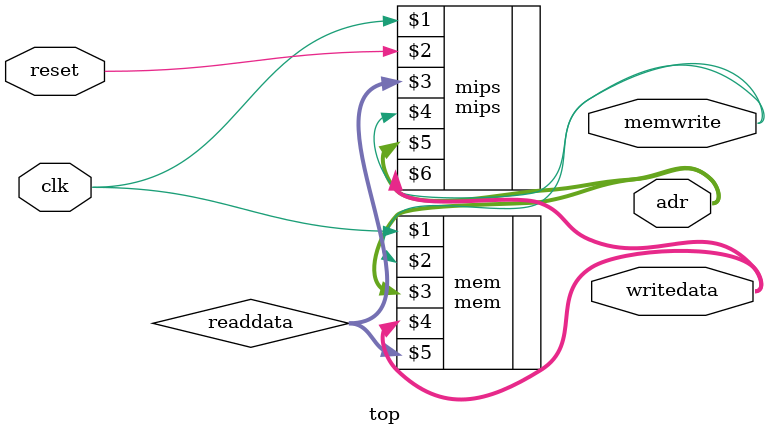
<source format=sv>
`timescale 1ns / 1ps

module top(input  logic        clk, reset,
           output logic [31:0] writedata, adr,
           output logic        memwrite);

    logic [31:0] readdata;

    mips mips(clk, reset, readdata, memwrite, adr, writedata);
    mem  mem (clk, memwrite, adr, writedata, readdata);

endmodule

</source>
